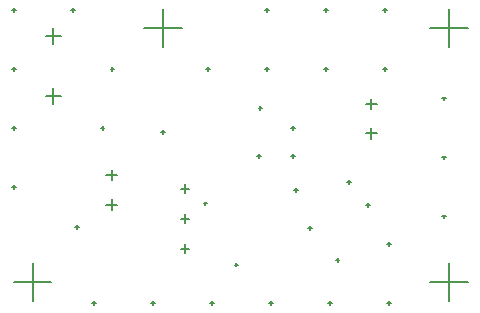
<source format=gbr>
G04*
G04 #@! TF.GenerationSoftware,Altium Limited,Altium Designer,25.8.1 (18)*
G04*
G04 Layer_Color=128*
%FSLAX25Y25*%
%MOIN*%
G70*
G04*
G04 #@! TF.SameCoordinates,A2030EB1-7BB1-480F-B386-6677E5CB5BAE*
G04*
G04*
G04 #@! TF.FilePolarity,Positive*
G04*
G01*
G75*
%ADD54C,0.00500*%
D54*
X349713Y422604D02*
X362312D01*
X356012Y416305D02*
Y428903D01*
X306274Y337869D02*
X318872D01*
X312573Y331570D02*
Y344168D01*
X445224Y337899D02*
X457822D01*
X451523Y331600D02*
Y344198D01*
X445223Y422597D02*
X457821D01*
X451522Y416298D02*
Y428896D01*
X423728Y397343D02*
X427272D01*
X425500Y395571D02*
Y399114D01*
X316941Y400000D02*
X322059D01*
X319500Y397441D02*
Y402559D01*
X337231Y363760D02*
X340774D01*
X339003Y361988D02*
Y365531D01*
X316941Y420000D02*
X322059D01*
X319500Y417441D02*
Y422559D01*
X423728Y387500D02*
X427272D01*
X425500Y385728D02*
Y389272D01*
X361905Y369137D02*
X364661D01*
X363283Y367759D02*
Y370514D01*
X361905Y359137D02*
X364661D01*
X363283Y357759D02*
Y360514D01*
X361905Y349137D02*
X364661D01*
X363283Y347759D02*
Y350515D01*
X337231Y373602D02*
X340774D01*
X339003Y371831D02*
Y375374D01*
X355400Y388015D02*
X356600D01*
X356000Y387415D02*
Y388615D01*
X387446Y380000D02*
X388646D01*
X388046Y379400D02*
Y380600D01*
X399811Y368574D02*
X401011D01*
X400411Y367974D02*
Y369174D01*
X379965Y343811D02*
X381165D01*
X380565Y343211D02*
Y344411D01*
X413674Y345258D02*
X414875D01*
X414275Y344658D02*
Y345858D01*
X387946Y396000D02*
X389146D01*
X388546Y395400D02*
Y396600D01*
X417400Y371240D02*
X418600D01*
X418000Y370640D02*
Y371840D01*
X429496Y428739D02*
X430696D01*
X430096Y428139D02*
Y429339D01*
X429496Y409054D02*
X430696D01*
X430096Y408454D02*
Y409654D01*
X409811Y428739D02*
X411011D01*
X410411Y428139D02*
Y429339D01*
X409811Y409054D02*
X411011D01*
X410411Y408454D02*
Y409654D01*
X449181Y399211D02*
X450381D01*
X449781Y398611D02*
Y399811D01*
X449181Y379526D02*
X450381D01*
X449781Y378926D02*
Y380126D01*
X390126Y428739D02*
X391326D01*
X390726Y428139D02*
Y429339D01*
X390126Y409054D02*
X391326D01*
X390726Y408454D02*
Y409654D01*
X398900Y389369D02*
X400100D01*
X399500Y388769D02*
Y389969D01*
X449181Y359841D02*
X450381D01*
X449781Y359241D02*
Y360441D01*
X430825Y350685D02*
X432025D01*
X431425Y350085D02*
Y351285D01*
X430825Y331000D02*
X432025D01*
X431425Y330400D02*
Y331600D01*
X404400Y355987D02*
X405600D01*
X405000Y355387D02*
Y356587D01*
X391455Y331000D02*
X392655D01*
X392055Y330400D02*
Y331600D01*
X411140Y331000D02*
X412340D01*
X411740Y330400D02*
Y331600D01*
X370441Y409054D02*
X371641D01*
X371041Y408454D02*
Y409654D01*
X338582Y409054D02*
X339782D01*
X339182Y408454D02*
Y409654D01*
X325488Y428739D02*
X326688D01*
X326088Y428139D02*
Y429339D01*
X305803Y428739D02*
X307003D01*
X306403Y428139D02*
Y429339D01*
X305803Y409054D02*
X307003D01*
X306403Y408454D02*
Y409654D01*
X335331Y389369D02*
X336531D01*
X335931Y388769D02*
Y389969D01*
X305803Y389369D02*
X307003D01*
X306403Y388769D02*
Y389969D01*
X371770Y331000D02*
X372970D01*
X372370Y330400D02*
Y331600D01*
X369580Y364165D02*
X370780D01*
X370180Y363565D02*
Y364765D01*
X305803Y369684D02*
X307003D01*
X306403Y369084D02*
Y370284D01*
X332400Y331000D02*
X333600D01*
X333000Y330400D02*
Y331600D01*
X352085Y331000D02*
X353285D01*
X352685Y330400D02*
Y331600D01*
X326748Y356427D02*
X327948D01*
X327348Y355827D02*
Y357027D01*
X398900Y380000D02*
X400100D01*
X399500Y379400D02*
Y380600D01*
X423876Y363707D02*
X425076D01*
X424476Y363107D02*
Y364307D01*
M02*

</source>
